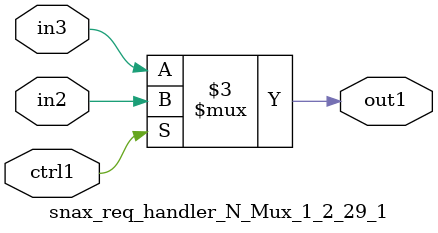
<source format=v>

`timescale 1ps / 1ps


module snax_req_handler_N_Mux_1_2_29_1( in3, in2, ctrl1, out1 );

    input in3;
    input in2;
    input ctrl1;
    output out1;
    reg out1;

    
    // rtl_process:snax_req_handler_N_Mux_1_2_29_1/snax_req_handler_N_Mux_1_2_29_1_thread_1
    always @*
      begin : snax_req_handler_N_Mux_1_2_29_1_thread_1
        case (ctrl1) 
          1'b1: 
            begin
              out1 = in2;
            end
          default: 
            begin
              out1 = in3;
            end
        endcase
      end

endmodule



</source>
